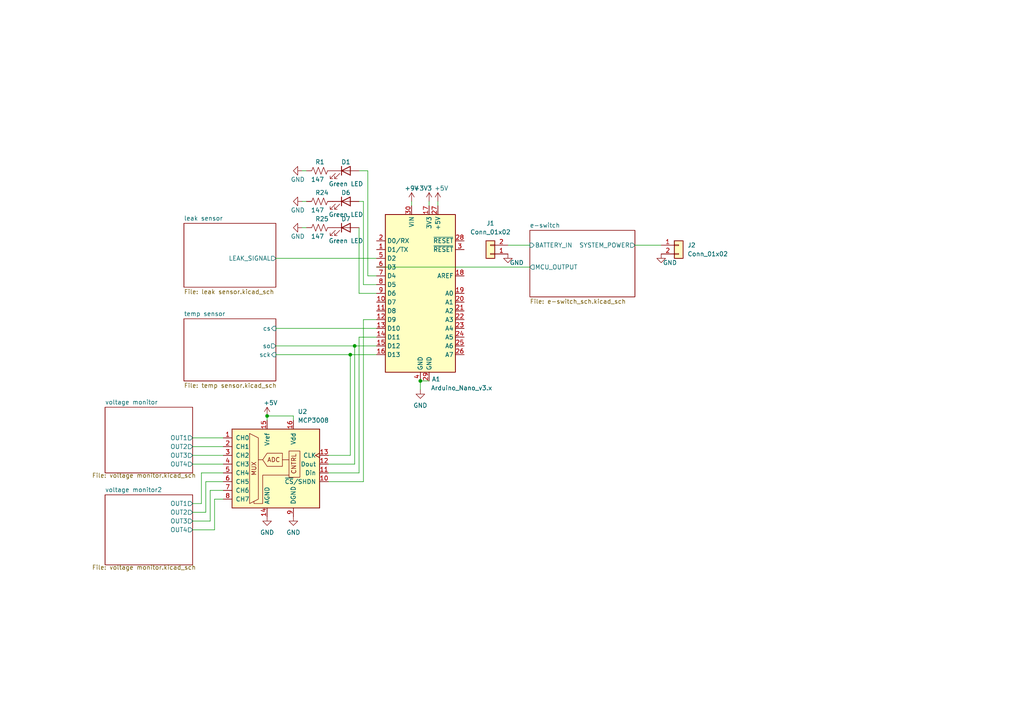
<source format=kicad_sch>
(kicad_sch (version 20230121) (generator eeschema)
  (paper "A4")
  (lib_symbols
    (symbol "Analog_ADC:MCP3008" (pin_names (offset 1.016))
      (property "Reference" "U" (at -5.08 13.335 0))
      (property "Value" "MCP3008" (at -5.08 11.43 0))
      (symbol "MCP3008_0_0"
        (text "ADC" (at -0.635 1.27 0) (effects (font (size 1.27 1.27))))
        (text "CNTRL" (at 5.969 -2.921 900) (effects (font (size 1.27 1.27)) (justify left bottom)))
        (text "MUX" (at -6.35 -1.27 900) (effects (font (size 1.27 1.27))))
      )
      (symbol "MCP3008_0_1"
        (polyline (pts (xy -3.81 1.27) (xy -5.08 1.27)))
        (polyline (pts (xy 1.905 1.27) (xy 3.81 1.27)))
        (polyline (pts (xy -7.62 8.89) (xy -7.62 -11.43) (xy -5.08 -10.16) (xy -5.08 7.62) (xy -7.62 8.89)))
        (polyline (pts (xy 3.81 -3.175) (xy -3.81 -3.175) (xy -3.81 -11.43) (xy -6.35 -11.43) (xy -6.35 -10.795)))
        (polyline (pts (xy 1.905 3.175) (xy 1.905 -0.635) (xy -2.54 -0.635) (xy -3.81 1.27) (xy -2.54 3.175) (xy 1.905 3.175)))
        (rectangle (start 3.81 -3.81) (end 6.985 3.81))
        (rectangle (start 12.7 -12.7) (end -12.7 10.16) (stroke (width 0.254)) (fill (type background)))
      )
      (symbol "MCP3008_1_1"
        (pin input line (at -15.24 7.62 0) (length 2.54) (name "CH0") (number "1"))
        (pin input line (at 15.24 -5.08 180) (length 2.54) (name "~{CS}/SHDN") (number "10"))
        (pin input line (at 15.24 -2.54 180) (length 2.54) (name "Din") (number "11"))
        (pin output line (at 15.24 0 180) (length 2.54) (name "Dout") (number "12"))
        (pin input clock (at 15.24 2.54 180) (length 2.54) (name "CLK") (number "13"))
        (pin power_in line (at -2.54 -15.24 90) (length 2.54) (name "AGND") (number "14"))
        (pin power_in line (at -2.54 12.7 270) (length 2.54) (name "Vref") (number "15"))
        (pin power_in line (at 5.08 12.7 270) (length 2.54) (name "Vdd") (number "16"))
        (pin input line (at -15.24 5.08 0) (length 2.54) (name "CH1") (number "2"))
        (pin input line (at -15.24 2.54 0) (length 2.54) (name "CH2") (number "3"))
        (pin input line (at -15.24 0 0) (length 2.54) (name "CH3") (number "4"))
        (pin input line (at -15.24 -2.54 0) (length 2.54) (name "CH4") (number "5"))
        (pin input line (at -15.24 -5.08 0) (length 2.54) (name "CH5") (number "6"))
        (pin input line (at -15.24 -7.62 0) (length 2.54) (name "CH6") (number "7"))
        (pin input line (at -15.24 -10.16 0) (length 2.54) (name "CH7") (number "8"))
        (pin power_in line (at 5.08 -15.24 90) (length 2.54) (name "DGND") (number "9"))
      )
    )
    (symbol "Connector_Generic:Conn_01x02" (pin_names (offset 1.016) hide)
      (property "Reference" "J" (at 0 2.54 0))
      (property "Value" "Conn_01x02" (at 0 -5.08 0))
      (symbol "Conn_01x02_1_1"
        (rectangle (start -1.27 -2.413) (end 0 -2.667) (stroke (width 0.1524)))
        (rectangle (start -1.27 0.127) (end 0 -0.127) (stroke (width 0.1524)))
        (rectangle (start -1.27 1.27) (end 1.27 -3.81) (stroke (width 0.254)) (fill (type background)))
        (pin passive line (at -5.08 0 0) (length 3.81) (name "Pin_1") (number "1"))
        (pin passive line (at -5.08 -2.54 0) (length 3.81) (name "Pin_2") (number "2"))
      )
    )
    (symbol "Device:LED" (pin_numbers hide) (pin_names (offset 1.016) hide)
      (property "Reference" "D" (at 0 2.54 0))
      (property "Value" "LED" (at 0 -2.54 0))
      (symbol "LED_0_1"
        (polyline (pts (xy -1.27 -1.27) (xy -1.27 1.27)) (stroke (width 0.254)))
        (polyline (pts (xy -1.27 0) (xy 1.27 0)))
        (polyline (pts (xy 1.27 -1.27) (xy 1.27 1.27) (xy -1.27 0) (xy 1.27 -1.27)) (stroke (width 0.254)))
        (polyline (pts (xy -3.048 -0.762) (xy -4.572 -2.286) (xy -3.81 -2.286) (xy -4.572 -2.286) (xy -4.572 -1.524)))
        (polyline (pts (xy -1.778 -0.762) (xy -3.302 -2.286) (xy -2.54 -2.286) (xy -3.302 -2.286) (xy -3.302 -1.524)))
      )
      (symbol "LED_1_1"
        (pin passive line (at -3.81 0 0) (length 2.54) (name "K") (number "1"))
        (pin passive line (at 3.81 0 180) (length 2.54) (name "A") (number "2"))
      )
    )
    (symbol "Device:R_US" (pin_numbers hide) (pin_names (offset 0))
      (property "Reference" "R" (at 2.54 0 90))
      (property "Value" "R_US" (at -2.54 0 90))
      (symbol "R_US_0_1"
        (polyline (pts (xy 0 -2.286) (xy 0 -2.54)))
        (polyline (pts (xy 0 2.286) (xy 0 2.54)))
        (polyline (pts (xy 0 -0.762) (xy 1.016 -1.143) (xy 0 -1.524) (xy -1.016 -1.905) (xy 0 -2.286)))
        (polyline (pts (xy 0 0.762) (xy 1.016 0.381) (xy 0 0) (xy -1.016 -0.381) (xy 0 -0.762)))
        (polyline (pts (xy 0 2.286) (xy 1.016 1.905) (xy 0 1.524) (xy -1.016 1.143) (xy 0 0.762)))
      )
      (symbol "R_US_1_1"
        (pin passive line (at 0 3.81 270) (length 1.27) (name "~") (number "1"))
        (pin passive line (at 0 -3.81 90) (length 1.27) (name "~") (number "2"))
      )
    )
    (symbol "MCU_Module:Arduino_Nano_v3.x"
      (property "Reference" "A" (at -10.16 23.495 0))
      (property "Value" "Arduino_Nano_v3.x" (at 5.08 -24.13 0))
      (symbol "Arduino_Nano_v3.x_0_1"
        (rectangle (start -10.16 22.86) (end 10.16 -22.86) (stroke (width 0.254)) (fill (type background)))
      )
      (symbol "Arduino_Nano_v3.x_1_1"
        (pin bidirectional line (at -12.7 12.7 0) (length 2.54) (name "D1/TX") (number "1"))
        (pin bidirectional line (at -12.7 -2.54 0) (length 2.54) (name "D7") (number "10"))
        (pin bidirectional line (at -12.7 -5.08 0) (length 2.54) (name "D8") (number "11"))
        (pin bidirectional line (at -12.7 -7.62 0) (length 2.54) (name "D9") (number "12"))
        (pin bidirectional line (at -12.7 -10.16 0) (length 2.54) (name "D10") (number "13"))
        (pin bidirectional line (at -12.7 -12.7 0) (length 2.54) (name "D11") (number "14"))
        (pin bidirectional line (at -12.7 -15.24 0) (length 2.54) (name "D12") (number "15"))
        (pin bidirectional line (at -12.7 -17.78 0) (length 2.54) (name "D13") (number "16"))
        (pin power_out line (at 2.54 25.4 270) (length 2.54) (name "3V3") (number "17"))
        (pin input line (at 12.7 5.08 180) (length 2.54) (name "AREF") (number "18"))
        (pin bidirectional line (at 12.7 0 180) (length 2.54) (name "A0") (number "19"))
        (pin bidirectional line (at -12.7 15.24 0) (length 2.54) (name "D0/RX") (number "2"))
        (pin bidirectional line (at 12.7 -2.54 180) (length 2.54) (name "A1") (number "20"))
        (pin bidirectional line (at 12.7 -5.08 180) (length 2.54) (name "A2") (number "21"))
        (pin bidirectional line (at 12.7 -7.62 180) (length 2.54) (name "A3") (number "22"))
        (pin bidirectional line (at 12.7 -10.16 180) (length 2.54) (name "A4") (number "23"))
        (pin bidirectional line (at 12.7 -12.7 180) (length 2.54) (name "A5") (number "24"))
        (pin bidirectional line (at 12.7 -15.24 180) (length 2.54) (name "A6") (number "25"))
        (pin bidirectional line (at 12.7 -17.78 180) (length 2.54) (name "A7") (number "26"))
        (pin power_out line (at 5.08 25.4 270) (length 2.54) (name "+5V") (number "27"))
        (pin input line (at 12.7 15.24 180) (length 2.54) (name "~{RESET}") (number "28"))
        (pin power_in line (at 2.54 -25.4 90) (length 2.54) (name "GND") (number "29"))
        (pin input line (at 12.7 12.7 180) (length 2.54) (name "~{RESET}") (number "3"))
        (pin power_in line (at -2.54 25.4 270) (length 2.54) (name "VIN") (number "30"))
        (pin power_in line (at 0 -25.4 90) (length 2.54) (name "GND") (number "4"))
        (pin bidirectional line (at -12.7 10.16 0) (length 2.54) (name "D2") (number "5"))
        (pin bidirectional line (at -12.7 7.62 0) (length 2.54) (name "D3") (number "6"))
        (pin bidirectional line (at -12.7 5.08 0) (length 2.54) (name "D4") (number "7"))
        (pin bidirectional line (at -12.7 2.54 0) (length 2.54) (name "D5") (number "8"))
        (pin bidirectional line (at -12.7 0 0) (length 2.54) (name "D6") (number "9"))
      )
    )
    (symbol "PCM_4ms_Power-symbol:+5V" (power) (pin_names (offset 0))
      (property "Value" "+5V" (at 0 3.556 0))
      (symbol "+5V_0_1"
        (polyline (pts (xy -0.762 1.27) (xy 0 2.54)))
        (polyline (pts (xy 0 0) (xy 0 2.54)))
        (polyline (pts (xy 0 2.54) (xy 0.762 1.27)))
      )
      (symbol "+5V_1_1"
        (pin power_in line (at 0 0 90) (length 0) hide (name "+5V") (number "1"))
      )
    )
    (symbol "PCM_4ms_Power-symbol:+9V" (power) (pin_names (offset 0))
      (property "Value" "+9V" (at 0 3.556 0))
      (symbol "+9V_0_1"
        (polyline (pts (xy -0.762 1.27) (xy 0 2.54)))
        (polyline (pts (xy 0 0) (xy 0 2.54)))
        (polyline (pts (xy 0 2.54) (xy 0.762 1.27)))
      )
      (symbol "+9V_1_1"
        (pin power_in line (at 0 0 90) (length 0) hide (name "+9V") (number "1"))
      )
    )
    (symbol "PCM_4ms_Power-symbol:GND" (power) (pin_names (offset 0))
      (property "Value" "GND" (at 0 -3.81 0))
      (symbol "GND_0_1"
        (polyline (pts (xy 0 0) (xy 0 -1.27) (xy 1.27 -1.27) (xy 0 -2.54) (xy -1.27 -1.27) (xy 0 -1.27)))
      )
      (symbol "GND_1_1"
        (pin power_in line (at 0 0 270) (length 0) hide (name "GND") (number "1"))
      )
    )
    (symbol "power:+3V3" (power) (pin_names (offset 0))
      (property "Value" "+3V3" (at 0 3.556 0))
      (symbol "+3V3_0_1"
        (polyline (pts (xy -0.762 1.27) (xy 0 2.54)))
        (polyline (pts (xy 0 0) (xy 0 2.54)))
        (polyline (pts (xy 0 2.54) (xy 0.762 1.27)))
      )
      (symbol "+3V3_1_1"
        (pin power_in line (at 0 0 90) (length 0) hide (name "+3V3") (number "1"))
      )
    )
  )
  (junction (at 102.87 100.33))
  (junction (at 77.47 120.65))
  (junction (at 121.92 110.49))
  (junction (at 101.6 102.87))
  (wire (pts (xy 77.47 120.65) (xy 77.47 121.92)))
  (wire (pts (xy 184.15 71.12) (xy 191.77 71.12)))
  (wire (pts (xy 104.14 49.53) (xy 106.68 49.53)))
  (wire (pts (xy 101.6 132.08) (xy 101.6 102.87)))
  (wire (pts (xy 104.14 85.09) (xy 104.14 66.04)))
  (wire (pts (xy 62.23 153.67) (xy 62.23 144.78)))
  (wire (pts (xy 60.96 142.24) (xy 64.77 142.24)))
  (wire (pts (xy 77.47 120.65) (xy 85.09 120.65)))
  (wire (pts (xy 105.41 58.42) (xy 104.14 58.42)))
  (wire (pts (xy 55.88 134.62) (xy 64.77 134.62)))
  (wire (pts (xy 88.9 66.04) (xy 87.63 66.04)))
  (wire (pts (xy 109.22 77.47) (xy 153.67 77.47)))
  (wire (pts (xy 55.88 129.54) (xy 64.77 129.54)))
  (wire (pts (xy 105.41 92.71) (xy 109.22 92.71)))
  (wire (pts (xy 55.88 127) (xy 64.77 127)))
  (wire (pts (xy 104.14 137.16) (xy 104.14 97.79)))
  (wire (pts (xy 80.01 95.25) (xy 109.22 95.25)))
  (wire (pts (xy 60.96 151.13) (xy 60.96 142.24)))
  (wire (pts (xy 95.25 137.16) (xy 104.14 137.16)))
  (wire (pts (xy 102.87 100.33) (xy 109.22 100.33)))
  (wire (pts (xy 104.14 97.79) (xy 109.22 97.79)))
  (wire (pts (xy 58.42 146.05) (xy 58.42 137.16)))
  (wire (pts (xy 106.68 49.53) (xy 106.68 80.01)))
  (wire (pts (xy 121.92 110.49) (xy 121.92 113.03)))
  (wire (pts (xy 55.88 151.13) (xy 60.96 151.13)))
  (wire (pts (xy 121.92 110.49) (xy 124.46 110.49)))
  (wire (pts (xy 102.87 134.62) (xy 102.87 100.33)))
  (wire (pts (xy 106.68 80.01) (xy 109.22 80.01)))
  (wire (pts (xy 95.25 134.62) (xy 102.87 134.62)))
  (wire (pts (xy 124.46 58.42) (xy 124.46 59.69)))
  (wire (pts (xy 88.9 58.42) (xy 87.63 58.42)))
  (wire (pts (xy 95.25 132.08) (xy 101.6 132.08)))
  (wire (pts (xy 147.32 71.12) (xy 153.67 71.12)))
  (wire (pts (xy 80.01 102.87) (xy 101.6 102.87)))
  (wire (pts (xy 55.88 153.67) (xy 62.23 153.67)))
  (wire (pts (xy 88.9 49.53) (xy 87.63 49.53)))
  (wire (pts (xy 55.88 146.05) (xy 58.42 146.05)))
  (wire (pts (xy 105.41 139.7) (xy 105.41 92.71)))
  (wire (pts (xy 59.69 139.7) (xy 64.77 139.7)))
  (wire (pts (xy 109.22 82.55) (xy 105.41 82.55)))
  (wire (pts (xy 105.41 82.55) (xy 105.41 58.42)))
  (wire (pts (xy 62.23 144.78) (xy 64.77 144.78)))
  (wire (pts (xy 119.38 58.42) (xy 119.38 59.69)))
  (wire (pts (xy 109.22 85.09) (xy 104.14 85.09)))
  (wire (pts (xy 95.25 139.7) (xy 105.41 139.7)))
  (wire (pts (xy 85.09 120.65) (xy 85.09 121.92)))
  (wire (pts (xy 55.88 132.08) (xy 64.77 132.08)))
  (wire (pts (xy 55.88 148.59) (xy 59.69 148.59)))
  (wire (pts (xy 59.69 148.59) (xy 59.69 139.7)))
  (wire (pts (xy 80.01 74.93) (xy 109.22 74.93)))
  (wire (pts (xy 80.01 100.33) (xy 102.87 100.33)))
  (wire (pts (xy 127 58.42) (xy 127 59.69)))
  (wire (pts (xy 58.42 137.16) (xy 64.77 137.16)))
  (wire (pts (xy 101.6 102.87) (xy 109.22 102.87)))
  (symbol (lib_id "Device:R_US") (at 92.71 66.04 90) (unit 1)
    (property "Reference" "R25" (at 91.44 63.5 90) (effects (justify right)))
    (property "Value" "147" (at 90.17 68.58 90) (effects (justify right)))
    (property "Footprint" "Resistor_SMD:R_0805_2012Metric_Pad1.20x1.40mm_HandSolder" (effects hide))
  )
  (symbol (lib_id "Device:LED") (at 100.33 58.42 0) (unit 1)
    (property "Reference" "D6" (at 100.33 55.88 0))
    (property "Value" "Green LED" (at 100.33 62.23 0))
    (property "Footprint" "Diode_SMD:D_0805_2012Metric_Pad1.15x1.40mm_HandSolder" (effects hide))
  )
  (symbol (lib_id "Device:R_US") (at 92.71 49.53 90) (unit 1)
    (property "Reference" "R1" (at 91.44 46.99 90) (effects (justify right)))
    (property "Value" "147" (at 90.17 52.07 90) (effects (justify right)))
    (property "Footprint" "Resistor_SMD:R_0805_2012Metric_Pad1.20x1.40mm_HandSolder" (effects hide))
  )
  (symbol (lib_id "PCM_4ms_Power-symbol:GND") (at 87.63 66.04 270) (unit 1)
    (property "Reference" "#PWR036" (effects hide))
    (property "Value" "GND" (at 86.36 68.58 90))
  )
  (symbol (lib_id "MCU_Module:Arduino_Nano_v3.x") (at 121.92 85.09 0) (unit 1)
    (property "Reference" "A1" (at 125.222 109.982 0) (effects (justify left)))
    (property "Value" "Arduino_Nano_v3.x" (at 124.968 112.522 0) (effects (justify left)))
    (property "Footprint" "Module:Arduino_Nano" (effects hide))
    (property "Datasheet" "http://www.mouser.com/pdfdocs/Gravitech_Arduino_Nano3_0.pdf" (effects hide))
  )
  (symbol (lib_id "Connector_Generic:Conn_01x02") (at 196.85 71.12 0) (unit 1)
    (property "Reference" "J2" (at 199.39 71.12 0) (effects (justify left)))
    (property "Value" "Conn_01x02" (at 199.39 73.66 0) (effects (justify left)))
    (property "Footprint" "Library:Power Supply Pads" (effects hide))
  )
  (symbol (lib_id "power:+3V3") (at 124.46 58.42 0) (unit 1)
    (property "Reference" "#PWR03" (effects hide))
    (property "Value" "+3V3" (at 122.682 54.61 0))
  )
  (symbol (lib_id "PCM_4ms_Power-symbol:+9V") (at 119.38 58.42 0) (unit 1)
    (property "Reference" "#PWR031" (effects hide))
    (property "Value" "+9V" (at 119.38 54.61 0))
  )
  (symbol (lib_id "PCM_4ms_Power-symbol:GND") (at 77.47 149.86 0) (unit 1)
    (property "Reference" "#PWR033" (effects hide))
    (property "Value" "GND" (at 77.47 154.432 0))
  )
  (symbol (lib_id "Device:LED") (at 100.33 49.53 0) (unit 1)
    (property "Reference" "D1" (at 100.33 46.99 0))
    (property "Value" "Green LED" (at 100.33 53.34 0))
    (property "Footprint" "Diode_SMD:D_0805_2012Metric_Pad1.15x1.40mm_HandSolder" (effects hide))
  )
  (symbol (lib_id "PCM_4ms_Power-symbol:GND") (at 191.77 73.66 0) (unit 1)
    (property "Reference" "#PWR06" (effects hide))
    (property "Value" "GND" (at 194.31 76.2 0))
  )
  (symbol (lib_id "PCM_4ms_Power-symbol:GND") (at 121.92 113.03 0) (unit 1)
    (property "Reference" "#PWR02" (effects hide))
    (property "Value" "GND" (at 121.92 117.602 0))
  )
  (symbol (lib_id "PCM_4ms_Power-symbol:GND") (at 85.09 149.86 0) (unit 1)
    (property "Reference" "#PWR034" (effects hide))
    (property "Value" "GND" (at 85.09 154.432 0))
  )
  (symbol (lib_id "Connector_Generic:Conn_01x02") (at 142.24 73.66 180) (unit 1)
    (property "Reference" "J1" (at 142.24 64.77 0))
    (property "Value" "Conn_01x02" (at 142.24 67.31 0))
    (property "Footprint" "Library:Power Supply Pads" (effects hide))
  )
  (symbol (lib_id "PCM_4ms_Power-symbol:GND") (at 87.63 58.42 270) (unit 1)
    (property "Reference" "#PWR035" (effects hide))
    (property "Value" "GND" (at 86.36 60.96 90))
  )
  (symbol (lib_id "Device:R_US") (at 92.71 58.42 90) (unit 1)
    (property "Reference" "R24" (at 91.44 55.88 90) (effects (justify right)))
    (property "Value" "147" (at 90.17 60.96 90) (effects (justify right)))
    (property "Footprint" "Resistor_SMD:R_0805_2012Metric_Pad1.20x1.40mm_HandSolder" (effects hide))
  )
  (symbol (lib_id "PCM_4ms_Power-symbol:+5V") (at 77.47 120.65 0) (unit 1)
    (property "Reference" "#PWR032" (effects hide))
    (property "Value" "+5V" (at 78.486 116.84 0))
  )
  (symbol (lib_id "Analog_ADC:MCP3008") (at 80.01 134.62 0) (unit 1)
    (property "Reference" "U2" (at 86.36 119.38 0) (effects (justify left)))
    (property "Value" "MCP3008" (at 86.36 121.92 0) (effects (justify left)))
    (property "Datasheet" "http://ww1.microchip.com/downloads/en/DeviceDoc/21295d.pdf" (effects hide))
  )
  (symbol (lib_id "PCM_4ms_Power-symbol:GND") (at 87.63 49.53 270) (unit 1)
    (property "Reference" "#PWR01" (effects hide))
    (property "Value" "GND" (at 86.36 52.07 90))
  )
  (symbol (lib_id "PCM_4ms_Power-symbol:+5V") (at 127 58.42 0) (unit 1)
    (property "Reference" "#PWR04" (effects hide))
    (property "Value" "+5V" (at 128.016 54.61 0))
  )
  (symbol (lib_id "PCM_4ms_Power-symbol:GND") (at 147.32 73.66 0) (unit 1)
    (property "Reference" "#PWR05" (effects hide))
    (property "Value" "GND" (at 149.86 76.2 0))
  )
  (symbol (lib_id "Device:LED") (at 100.33 66.04 0) (unit 1)
    (property "Reference" "D7" (at 100.33 63.5 0))
    (property "Value" "Green LED" (at 100.33 69.85 0))
    (property "Footprint" "Diode_SMD:D_0805_2012Metric_Pad1.15x1.40mm_HandSolder" (effects hide))
  )
  (sheet (at 30.48 143.51) (size 25.4 20.32) (stroke (width 0.1524))
    (property "Sheetname" "voltage monitor2" (at 30.48 142.7984 0) (effects (justify left bottom)))
    (property "Sheetfile" "voltage monitor.kicad_sch" (at 26.67 163.83 0) (effects (justify left top)))
    (pin "OUT3" output (at 55.88 151.13 0))
    (pin "OUT4" output (at 55.88 153.67 0))
    (pin "OUT1" output (at 55.88 146.05 0))
    (pin "OUT2" output (at 55.88 148.59 0))
  )
  (sheet (at 53.34 92.456) (size 26.67 18.034) (stroke (width 0.1524))
    (property "Sheetname" "temp sensor" (at 53.34 91.7444 0) (effects (justify left bottom)))
    (property "Sheetfile" "temp sensor.kicad_sch" (at 53.34 111.0746 0) (effects (justify left top)))
    (pin "sck" input (at 80.01 102.87 0))
    (pin "so" output (at 80.01 100.33 0))
    (pin "cs" input (at 80.01 95.25 0))
  )
  (sheet (at 53.34 64.77) (size 26.67 18.542) (stroke (width 0.1524))
    (property "Sheetname" "leak sensor" (at 53.34 64.0584 0) (effects (justify left bottom)))
    (property "Sheetfile" "leak sensor.kicad_sch" (at 53.34 83.8966 0) (effects (justify left top)))
    (pin "LEAK_SIGNAL" output (at 80.01 74.93 0))
  )
  (sheet (at 30.48 118.11) (size 25.4 19.05) (stroke (width 0.1524))
    (property "Sheetname" "voltage monitor" (at 30.48 117.3984 0) (effects (justify left bottom)))
    (property "Sheetfile" "voltage monitor.kicad_sch" (at 26.67 137.16 0) (effects (justify left top)))
    (pin "OUT3" output (at 55.88 132.08 0))
    (pin "OUT4" output (at 55.88 134.62 0))
    (pin "OUT1" output (at 55.88 127 0))
    (pin "OUT2" output (at 55.88 129.54 0))
  )
  (sheet (at 153.67 66.802) (size 30.48 19.304) (stroke (width 0.1524))
    (property "Sheetname" "e-switch" (at 153.67 66.0904 0) (effects (justify left bottom)))
    (property "Sheetfile" "e-switch_sch.kicad_sch" (at 153.67 86.6906 0) (effects (justify left top)))
    (pin "MCU_OUTPUT" output (at 153.67 77.47 180))
    (pin "SYSTEM_POWER" output (at 184.15 71.12 0))
    (pin "BATTERY_IN" input (at 153.67 71.12 180))
  )
)
</source>
